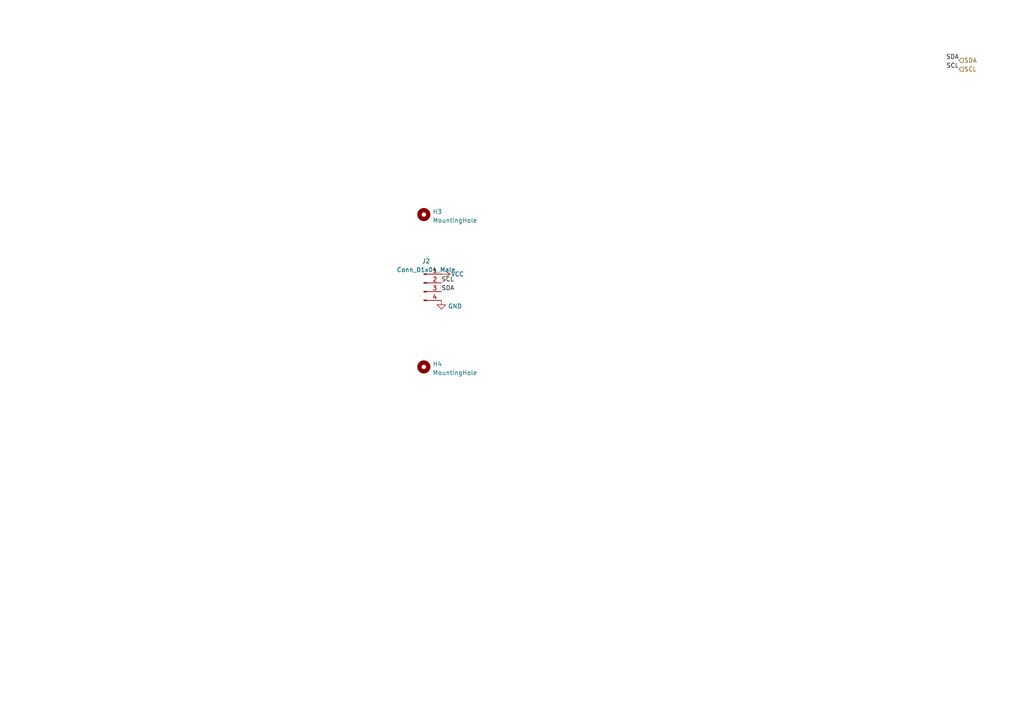
<source format=kicad_sch>
(kicad_sch (version 20211123) (generator eeschema)

  (uuid 9642ce94-6106-48b6-8be0-97fc6f446773)

  (paper "A4")

  (lib_symbols
    (symbol "Connector:Conn_01x04_Male" (pin_names (offset 1.016) hide) (in_bom yes) (on_board yes)
      (property "Reference" "J" (id 0) (at 0 5.08 0)
        (effects (font (size 1.27 1.27)))
      )
      (property "Value" "Conn_01x04_Male" (id 1) (at 0 -7.62 0)
        (effects (font (size 1.27 1.27)))
      )
      (property "Footprint" "" (id 2) (at 0 0 0)
        (effects (font (size 1.27 1.27)) hide)
      )
      (property "Datasheet" "~" (id 3) (at 0 0 0)
        (effects (font (size 1.27 1.27)) hide)
      )
      (property "ki_keywords" "connector" (id 4) (at 0 0 0)
        (effects (font (size 1.27 1.27)) hide)
      )
      (property "ki_description" "Generic connector, single row, 01x04, script generated (kicad-library-utils/schlib/autogen/connector/)" (id 5) (at 0 0 0)
        (effects (font (size 1.27 1.27)) hide)
      )
      (property "ki_fp_filters" "Connector*:*_1x??_*" (id 6) (at 0 0 0)
        (effects (font (size 1.27 1.27)) hide)
      )
      (symbol "Conn_01x04_Male_1_1"
        (polyline
          (pts
            (xy 1.27 -5.08)
            (xy 0.8636 -5.08)
          )
          (stroke (width 0.1524) (type default) (color 0 0 0 0))
          (fill (type none))
        )
        (polyline
          (pts
            (xy 1.27 -2.54)
            (xy 0.8636 -2.54)
          )
          (stroke (width 0.1524) (type default) (color 0 0 0 0))
          (fill (type none))
        )
        (polyline
          (pts
            (xy 1.27 0)
            (xy 0.8636 0)
          )
          (stroke (width 0.1524) (type default) (color 0 0 0 0))
          (fill (type none))
        )
        (polyline
          (pts
            (xy 1.27 2.54)
            (xy 0.8636 2.54)
          )
          (stroke (width 0.1524) (type default) (color 0 0 0 0))
          (fill (type none))
        )
        (rectangle (start 0.8636 -4.953) (end 0 -5.207)
          (stroke (width 0.1524) (type default) (color 0 0 0 0))
          (fill (type outline))
        )
        (rectangle (start 0.8636 -2.413) (end 0 -2.667)
          (stroke (width 0.1524) (type default) (color 0 0 0 0))
          (fill (type outline))
        )
        (rectangle (start 0.8636 0.127) (end 0 -0.127)
          (stroke (width 0.1524) (type default) (color 0 0 0 0))
          (fill (type outline))
        )
        (rectangle (start 0.8636 2.667) (end 0 2.413)
          (stroke (width 0.1524) (type default) (color 0 0 0 0))
          (fill (type outline))
        )
        (pin passive line (at 5.08 2.54 180) (length 3.81)
          (name "Pin_1" (effects (font (size 1.27 1.27))))
          (number "1" (effects (font (size 1.27 1.27))))
        )
        (pin passive line (at 5.08 0 180) (length 3.81)
          (name "Pin_2" (effects (font (size 1.27 1.27))))
          (number "2" (effects (font (size 1.27 1.27))))
        )
        (pin passive line (at 5.08 -2.54 180) (length 3.81)
          (name "Pin_3" (effects (font (size 1.27 1.27))))
          (number "3" (effects (font (size 1.27 1.27))))
        )
        (pin passive line (at 5.08 -5.08 180) (length 3.81)
          (name "Pin_4" (effects (font (size 1.27 1.27))))
          (number "4" (effects (font (size 1.27 1.27))))
        )
      )
    )
    (symbol "Mechanical:MountingHole" (pin_names (offset 1.016)) (in_bom yes) (on_board yes)
      (property "Reference" "H" (id 0) (at 0 5.08 0)
        (effects (font (size 1.27 1.27)))
      )
      (property "Value" "MountingHole" (id 1) (at 0 3.175 0)
        (effects (font (size 1.27 1.27)))
      )
      (property "Footprint" "" (id 2) (at 0 0 0)
        (effects (font (size 1.27 1.27)) hide)
      )
      (property "Datasheet" "~" (id 3) (at 0 0 0)
        (effects (font (size 1.27 1.27)) hide)
      )
      (property "ki_keywords" "mounting hole" (id 4) (at 0 0 0)
        (effects (font (size 1.27 1.27)) hide)
      )
      (property "ki_description" "Mounting Hole without connection" (id 5) (at 0 0 0)
        (effects (font (size 1.27 1.27)) hide)
      )
      (property "ki_fp_filters" "MountingHole*" (id 6) (at 0 0 0)
        (effects (font (size 1.27 1.27)) hide)
      )
      (symbol "MountingHole_0_1"
        (circle (center 0 0) (radius 1.27)
          (stroke (width 1.27) (type default) (color 0 0 0 0))
          (fill (type none))
        )
      )
    )
    (symbol "power:GND" (power) (pin_names (offset 0)) (in_bom yes) (on_board yes)
      (property "Reference" "#PWR" (id 0) (at 0 -6.35 0)
        (effects (font (size 1.27 1.27)) hide)
      )
      (property "Value" "GND" (id 1) (at 0 -3.81 0)
        (effects (font (size 1.27 1.27)))
      )
      (property "Footprint" "" (id 2) (at 0 0 0)
        (effects (font (size 1.27 1.27)) hide)
      )
      (property "Datasheet" "" (id 3) (at 0 0 0)
        (effects (font (size 1.27 1.27)) hide)
      )
      (property "ki_keywords" "power-flag" (id 4) (at 0 0 0)
        (effects (font (size 1.27 1.27)) hide)
      )
      (property "ki_description" "Power symbol creates a global label with name \"GND\" , ground" (id 5) (at 0 0 0)
        (effects (font (size 1.27 1.27)) hide)
      )
      (symbol "GND_0_1"
        (polyline
          (pts
            (xy 0 0)
            (xy 0 -1.27)
            (xy 1.27 -1.27)
            (xy 0 -2.54)
            (xy -1.27 -1.27)
            (xy 0 -1.27)
          )
          (stroke (width 0) (type default) (color 0 0 0 0))
          (fill (type none))
        )
      )
      (symbol "GND_1_1"
        (pin power_in line (at 0 0 270) (length 0) hide
          (name "GND" (effects (font (size 1.27 1.27))))
          (number "1" (effects (font (size 1.27 1.27))))
        )
      )
    )
    (symbol "power:VCC" (power) (pin_names (offset 0)) (in_bom yes) (on_board yes)
      (property "Reference" "#PWR" (id 0) (at 0 -3.81 0)
        (effects (font (size 1.27 1.27)) hide)
      )
      (property "Value" "VCC" (id 1) (at 0 3.81 0)
        (effects (font (size 1.27 1.27)))
      )
      (property "Footprint" "" (id 2) (at 0 0 0)
        (effects (font (size 1.27 1.27)) hide)
      )
      (property "Datasheet" "" (id 3) (at 0 0 0)
        (effects (font (size 1.27 1.27)) hide)
      )
      (property "ki_keywords" "power-flag" (id 4) (at 0 0 0)
        (effects (font (size 1.27 1.27)) hide)
      )
      (property "ki_description" "Power symbol creates a global label with name \"VCC\"" (id 5) (at 0 0 0)
        (effects (font (size 1.27 1.27)) hide)
      )
      (symbol "VCC_0_1"
        (polyline
          (pts
            (xy -0.762 1.27)
            (xy 0 2.54)
          )
          (stroke (width 0) (type default) (color 0 0 0 0))
          (fill (type none))
        )
        (polyline
          (pts
            (xy 0 0)
            (xy 0 2.54)
          )
          (stroke (width 0) (type default) (color 0 0 0 0))
          (fill (type none))
        )
        (polyline
          (pts
            (xy 0 2.54)
            (xy 0.762 1.27)
          )
          (stroke (width 0) (type default) (color 0 0 0 0))
          (fill (type none))
        )
      )
      (symbol "VCC_1_1"
        (pin power_in line (at 0 0 90) (length 0) hide
          (name "VCC" (effects (font (size 1.27 1.27))))
          (number "1" (effects (font (size 1.27 1.27))))
        )
      )
    )
  )


  (label "SDA" (at 128.016 84.582 0)
    (effects (font (size 1.27 1.27)) (justify left bottom))
    (uuid 2b8afe3c-012e-4cf6-85a9-7f505baba7d5)
  )
  (label "SDA" (at 278.13 17.526 180)
    (effects (font (size 1.27 1.27)) (justify right bottom))
    (uuid 40ac3fd0-bc03-4419-93ba-15569fca343c)
  )
  (label "SCL" (at 128.016 82.042 0)
    (effects (font (size 1.27 1.27)) (justify left bottom))
    (uuid 49443ca3-185b-47c6-94f9-7627da2390d5)
  )
  (label "SCL" (at 278.13 20.066 180)
    (effects (font (size 1.27 1.27)) (justify right bottom))
    (uuid fa406fee-00ba-4322-b231-f2378c3b9654)
  )

  (hierarchical_label "SDA" (shape input) (at 278.13 17.526 0)
    (effects (font (size 1.27 1.27)) (justify left))
    (uuid 3cb4e5b7-afa5-4df4-b4e5-ecdf6a68a57a)
  )
  (hierarchical_label "SCL" (shape input) (at 278.13 20.066 0)
    (effects (font (size 1.27 1.27)) (justify left))
    (uuid 52d7dab5-b1dd-4d9f-b46a-b4303303b07f)
  )

  (symbol (lib_id "Mechanical:MountingHole") (at 122.936 106.426 0) (unit 1)
    (in_bom yes) (on_board yes) (fields_autoplaced)
    (uuid 62705ed6-f6f7-4142-a06d-e55d961cd66f)
    (property "Reference" "H4" (id 0) (at 125.476 105.5913 0)
      (effects (font (size 1.27 1.27)) (justify left))
    )
    (property "Value" "MountingHole" (id 1) (at 125.476 108.1282 0)
      (effects (font (size 1.27 1.27)) (justify left))
    )
    (property "Footprint" "MountingHole:MountingHole_2.7mm" (id 2) (at 122.936 106.426 0)
      (effects (font (size 1.27 1.27)) hide)
    )
    (property "Datasheet" "~" (id 3) (at 122.936 106.426 0)
      (effects (font (size 1.27 1.27)) hide)
    )
  )

  (symbol (lib_id "Connector:Conn_01x04_Male") (at 122.936 82.042 0) (unit 1)
    (in_bom yes) (on_board yes) (fields_autoplaced)
    (uuid 6c884d0b-aa43-44f9-b829-9eea3fccc056)
    (property "Reference" "J2" (id 0) (at 123.571 75.726 0))
    (property "Value" "Conn_01x04_Male" (id 1) (at 123.571 78.2629 0))
    (property "Footprint" "Connector_PinSocket_2.54mm:PinSocket_1x04_P2.54mm_Vertical" (id 2) (at 122.936 82.042 0)
      (effects (font (size 1.27 1.27)) hide)
    )
    (property "Datasheet" "~" (id 3) (at 122.936 82.042 0)
      (effects (font (size 1.27 1.27)) hide)
    )
    (pin "1" (uuid dbe18acd-f603-4de5-bdcd-6e2ce1364110))
    (pin "2" (uuid 6df07776-e69a-4c2a-8b95-ad0e5f798704))
    (pin "3" (uuid aea8481b-6cf9-4bd2-b3aa-6975a4bd6ca2))
    (pin "4" (uuid 019e6a5c-704f-46a9-accb-129a2634d33e))
  )

  (symbol (lib_id "power:GND") (at 128.016 87.122 0) (unit 1)
    (in_bom yes) (on_board yes) (fields_autoplaced)
    (uuid 7525dcc9-ced1-4c01-9644-68c90a9e06a5)
    (property "Reference" "#PWR0103" (id 0) (at 128.016 93.472 0)
      (effects (font (size 1.27 1.27)) hide)
    )
    (property "Value" "GND" (id 1) (at 129.921 88.8258 0)
      (effects (font (size 1.27 1.27)) (justify left))
    )
    (property "Footprint" "" (id 2) (at 128.016 87.122 0)
      (effects (font (size 1.27 1.27)) hide)
    )
    (property "Datasheet" "" (id 3) (at 128.016 87.122 0)
      (effects (font (size 1.27 1.27)) hide)
    )
    (pin "1" (uuid 900c98c3-83b9-4a1f-afc4-2ff331e78ca8))
  )

  (symbol (lib_id "Mechanical:MountingHole") (at 122.936 62.23 0) (unit 1)
    (in_bom yes) (on_board yes) (fields_autoplaced)
    (uuid c07d7a75-7be6-410f-bd7a-32bd948b9b4e)
    (property "Reference" "H3" (id 0) (at 125.476 61.3953 0)
      (effects (font (size 1.27 1.27)) (justify left))
    )
    (property "Value" "MountingHole" (id 1) (at 125.476 63.9322 0)
      (effects (font (size 1.27 1.27)) (justify left))
    )
    (property "Footprint" "MountingHole:MountingHole_2.7mm" (id 2) (at 122.936 62.23 0)
      (effects (font (size 1.27 1.27)) hide)
    )
    (property "Datasheet" "~" (id 3) (at 122.936 62.23 0)
      (effects (font (size 1.27 1.27)) hide)
    )
  )

  (symbol (lib_id "power:VCC") (at 128.016 79.502 270) (unit 1)
    (in_bom yes) (on_board yes)
    (uuid fdf38de1-e895-4849-9ca1-44a6ef821310)
    (property "Reference" "#PWR0104" (id 0) (at 124.206 79.502 0)
      (effects (font (size 1.27 1.27)) hide)
    )
    (property "Value" "VCC" (id 1) (at 134.62 79.502 90)
      (effects (font (size 1.27 1.27)) (justify right))
    )
    (property "Footprint" "" (id 2) (at 128.016 79.502 0)
      (effects (font (size 1.27 1.27)) hide)
    )
    (property "Datasheet" "" (id 3) (at 128.016 79.502 0)
      (effects (font (size 1.27 1.27)) hide)
    )
    (pin "1" (uuid 62444234-e7a6-41ad-9a4e-bc41da5376a0))
  )
)

</source>
